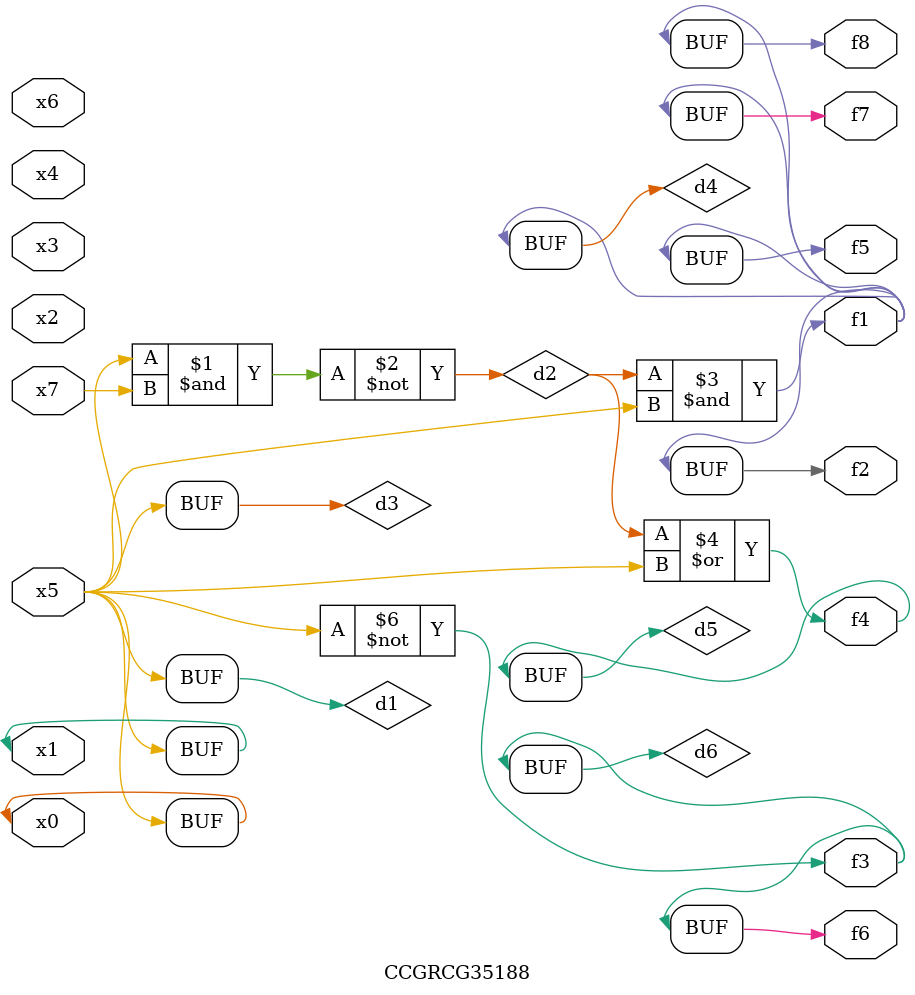
<source format=v>
module CCGRCG35188(
	input x0, x1, x2, x3, x4, x5, x6, x7,
	output f1, f2, f3, f4, f5, f6, f7, f8
);

	wire d1, d2, d3, d4, d5, d6;

	buf (d1, x0, x5);
	nand (d2, x5, x7);
	buf (d3, x0, x1);
	and (d4, d2, d3);
	or (d5, d2, d3);
	nor (d6, d1, d3);
	assign f1 = d4;
	assign f2 = d4;
	assign f3 = d6;
	assign f4 = d5;
	assign f5 = d4;
	assign f6 = d6;
	assign f7 = d4;
	assign f8 = d4;
endmodule

</source>
